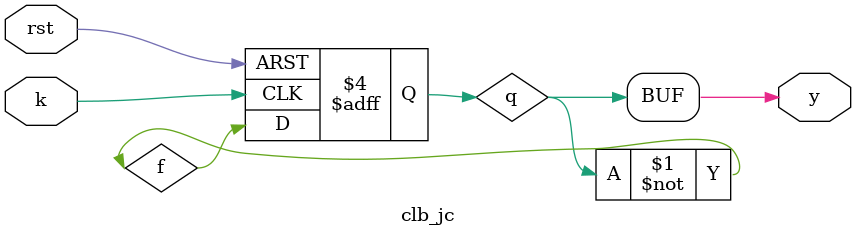
<source format=v>
module clb_jc(
	input k,
	input rst,
	output y
);

	wire f;
	reg q;
	
	assign f = ~q;
	
	always @(posedge k, negedge rst) begin
		if (rst == 1'b0) begin
			q <= 1'b0;
		end else begin
			q <= f;
		end
	end
	
	assign y = q;
	
endmodule

</source>
